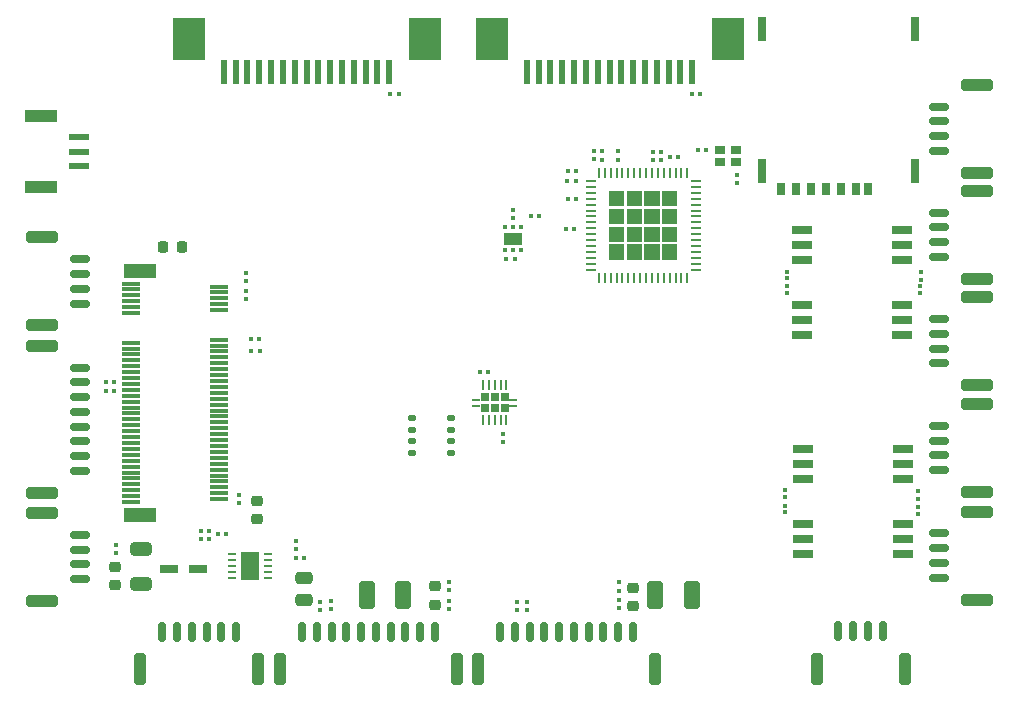
<source format=gbr>
%TF.GenerationSoftware,KiCad,Pcbnew,7.0.6-rc1-29-g152dc56df4*%
%TF.CreationDate,2023-07-03T16:00:48-04:00*%
%TF.ProjectId,pixc4-jetson-universal-carrier,70697863-342d-46a6-9574-736f6e2d756e,rev?*%
%TF.SameCoordinates,Original*%
%TF.FileFunction,Paste,Bot*%
%TF.FilePolarity,Positive*%
%FSLAX46Y46*%
G04 Gerber Fmt 4.6, Leading zero omitted, Abs format (unit mm)*
G04 Created by KiCad (PCBNEW 7.0.6-rc1-29-g152dc56df4) date 2023-07-03 16:00:48*
%MOMM*%
%LPD*%
G01*
G04 APERTURE LIST*
G04 Aperture macros list*
%AMRoundRect*
0 Rectangle with rounded corners*
0 $1 Rounding radius*
0 $2 $3 $4 $5 $6 $7 $8 $9 X,Y pos of 4 corners*
0 Add a 4 corners polygon primitive as box body*
4,1,4,$2,$3,$4,$5,$6,$7,$8,$9,$2,$3,0*
0 Add four circle primitives for the rounded corners*
1,1,$1+$1,$2,$3*
1,1,$1+$1,$4,$5*
1,1,$1+$1,$6,$7*
1,1,$1+$1,$8,$9*
0 Add four rect primitives between the rounded corners*
20,1,$1+$1,$2,$3,$4,$5,0*
20,1,$1+$1,$4,$5,$6,$7,0*
20,1,$1+$1,$6,$7,$8,$9,0*
20,1,$1+$1,$8,$9,$2,$3,0*%
G04 Aperture macros list end*
%ADD10RoundRect,0.150000X0.150000X0.700000X-0.150000X0.700000X-0.150000X-0.700000X0.150000X-0.700000X0*%
%ADD11RoundRect,0.250000X0.250000X1.100000X-0.250000X1.100000X-0.250000X-1.100000X0.250000X-1.100000X0*%
%ADD12RoundRect,0.150000X-0.700000X0.150000X-0.700000X-0.150000X0.700000X-0.150000X0.700000X0.150000X0*%
%ADD13RoundRect,0.250000X-1.100000X0.250000X-1.100000X-0.250000X1.100000X-0.250000X1.100000X0.250000X0*%
%ADD14R,2.800000X1.000000*%
%ADD15R,1.800000X0.600000*%
%ADD16R,0.350000X0.300000*%
%ADD17RoundRect,0.079500X0.100500X-0.079500X0.100500X0.079500X-0.100500X0.079500X-0.100500X-0.079500X0*%
%ADD18R,1.714500X0.762000*%
%ADD19RoundRect,0.079500X-0.100500X0.079500X-0.100500X-0.079500X0.100500X-0.079500X0.100500X0.079500X0*%
%ADD20RoundRect,0.135000X-0.185000X0.135000X-0.185000X-0.135000X0.185000X-0.135000X0.185000X0.135000X0*%
%ADD21RoundRect,0.079500X-0.079500X-0.100500X0.079500X-0.100500X0.079500X0.100500X-0.079500X0.100500X0*%
%ADD22RoundRect,0.218750X-0.218750X-0.256250X0.218750X-0.256250X0.218750X0.256250X-0.218750X0.256250X0*%
%ADD23RoundRect,0.218750X-0.256250X0.218750X-0.256250X-0.218750X0.256250X-0.218750X0.256250X0.218750X0*%
%ADD24R,0.800000X1.140000*%
%ADD25R,0.700000X2.100000*%
%ADD26RoundRect,0.079500X0.079500X0.100500X-0.079500X0.100500X-0.079500X-0.100500X0.079500X-0.100500X0*%
%ADD27R,0.812800X0.254000*%
%ADD28R,0.254000X0.812800*%
%ADD29RoundRect,0.250000X-0.650000X0.325000X-0.650000X-0.325000X0.650000X-0.325000X0.650000X0.325000X0*%
%ADD30R,0.299999X0.449999*%
%ADD31R,1.599999X1.000000*%
%ADD32R,0.640000X0.640000*%
%ADD33R,0.280000X0.850000*%
%ADD34R,0.700000X0.280000*%
%ADD35R,0.711200X0.254000*%
%ADD36R,1.600200X2.387600*%
%ADD37RoundRect,0.225000X0.250000X-0.225000X0.250000X0.225000X-0.250000X0.225000X-0.250000X-0.225000X0*%
%ADD38RoundRect,0.150000X0.700000X-0.150000X0.700000X0.150000X-0.700000X0.150000X-0.700000X-0.150000X0*%
%ADD39RoundRect,0.250000X1.100000X-0.250000X1.100000X0.250000X-1.100000X0.250000X-1.100000X-0.250000X0*%
%ADD40R,1.497551X0.711200*%
%ADD41R,0.850000X0.750000*%
%ADD42RoundRect,0.250000X0.412500X0.925000X-0.412500X0.925000X-0.412500X-0.925000X0.412500X-0.925000X0*%
%ADD43R,0.610000X2.000000*%
%ADD44R,2.680000X3.600000*%
%ADD45R,1.550000X0.300000*%
%ADD46R,2.750000X1.200000*%
%ADD47RoundRect,0.250000X-0.475000X0.250000X-0.475000X-0.250000X0.475000X-0.250000X0.475000X0.250000X0*%
%ADD48RoundRect,0.250000X-0.412500X-0.925000X0.412500X-0.925000X0.412500X0.925000X-0.412500X0.925000X0*%
G04 APERTURE END LIST*
%TO.C,IC1*%
G36*
X113764799Y-100715201D02*
G01*
X112466199Y-100715201D01*
X112466199Y-99416601D01*
X113764799Y-99416601D01*
X113764799Y-100715201D01*
G37*
G36*
X113764799Y-99216601D02*
G01*
X112466199Y-99216601D01*
X112466199Y-97918001D01*
X113764799Y-97918001D01*
X113764799Y-99216601D01*
G37*
G36*
X113764799Y-97718001D02*
G01*
X112466199Y-97718001D01*
X112466199Y-96419401D01*
X113764799Y-96419401D01*
X113764799Y-97718001D01*
G37*
G36*
X113764799Y-96219401D02*
G01*
X112466199Y-96219401D01*
X112466199Y-94920801D01*
X113764799Y-94920801D01*
X113764799Y-96219401D01*
G37*
G36*
X112266199Y-100715201D02*
G01*
X110967599Y-100715201D01*
X110967599Y-99416601D01*
X112266199Y-99416601D01*
X112266199Y-100715201D01*
G37*
G36*
X112266199Y-99216601D02*
G01*
X110967599Y-99216601D01*
X110967599Y-97918001D01*
X112266199Y-97918001D01*
X112266199Y-99216601D01*
G37*
G36*
X112266199Y-97718001D02*
G01*
X110967599Y-97718001D01*
X110967599Y-96419401D01*
X112266199Y-96419401D01*
X112266199Y-97718001D01*
G37*
G36*
X112266199Y-96219401D02*
G01*
X110967599Y-96219401D01*
X110967599Y-94920801D01*
X112266199Y-94920801D01*
X112266199Y-96219401D01*
G37*
G36*
X110767599Y-100715201D02*
G01*
X109468999Y-100715201D01*
X109468999Y-99416601D01*
X110767599Y-99416601D01*
X110767599Y-100715201D01*
G37*
G36*
X110767599Y-99216601D02*
G01*
X109468999Y-99216601D01*
X109468999Y-97918001D01*
X110767599Y-97918001D01*
X110767599Y-99216601D01*
G37*
G36*
X110767599Y-97718001D02*
G01*
X109468999Y-97718001D01*
X109468999Y-96419401D01*
X110767599Y-96419401D01*
X110767599Y-97718001D01*
G37*
G36*
X110767599Y-96219401D02*
G01*
X109468999Y-96219401D01*
X109468999Y-94920801D01*
X110767599Y-94920801D01*
X110767599Y-96219401D01*
G37*
G36*
X109268999Y-100715201D02*
G01*
X107970399Y-100715201D01*
X107970399Y-99416601D01*
X109268999Y-99416601D01*
X109268999Y-100715201D01*
G37*
G36*
X109268999Y-99216601D02*
G01*
X107970399Y-99216601D01*
X107970399Y-97918001D01*
X109268999Y-97918001D01*
X109268999Y-99216601D01*
G37*
G36*
X109268999Y-97718001D02*
G01*
X107970399Y-97718001D01*
X107970399Y-96419401D01*
X109268999Y-96419401D01*
X109268999Y-97718001D01*
G37*
G36*
X109268999Y-96219401D02*
G01*
X107970399Y-96219401D01*
X107970399Y-94920801D01*
X109268999Y-94920801D01*
X109268999Y-96219401D01*
G37*
%TO.C,U11*%
G36*
X100590799Y-99417304D02*
G01*
X99124800Y-99417304D01*
X99124800Y-98468304D01*
X100590799Y-98468304D01*
X100590799Y-99417304D01*
G37*
%TD*%
D10*
%TO.C,J18*%
X76410000Y-132211200D03*
X75160000Y-132211200D03*
X73910000Y-132211200D03*
X72660000Y-132211200D03*
X71410000Y-132211200D03*
X70160000Y-132211200D03*
D11*
X78260000Y-135411200D03*
X68310000Y-135411200D03*
%TD*%
D12*
%TO.C,J21*%
X135919600Y-87763334D03*
X135919600Y-89013334D03*
X135919600Y-90263334D03*
X135919600Y-91513334D03*
D13*
X139119600Y-85913334D03*
X139119600Y-93363334D03*
%TD*%
D12*
%TO.C,J22*%
X135919600Y-96740000D03*
X135919600Y-97990000D03*
X135919600Y-99240000D03*
X135919600Y-100490000D03*
D13*
X139119600Y-94890000D03*
X139119600Y-102340000D03*
%TD*%
D12*
%TO.C,J23*%
X135919600Y-105760000D03*
X135919600Y-107010000D03*
X135919600Y-108260000D03*
X135919600Y-109510000D03*
D13*
X139119600Y-103910000D03*
X139119600Y-111360000D03*
%TD*%
D14*
%TO.C,J16*%
X59870000Y-94570000D03*
X59870000Y-88570000D03*
D15*
X63070000Y-92820000D03*
X63070000Y-91570000D03*
X63070000Y-90320000D03*
%TD*%
D12*
%TO.C,J17*%
X135919600Y-123900000D03*
X135919600Y-125150000D03*
X135919600Y-126400000D03*
X135919600Y-127650000D03*
D13*
X139119600Y-122050000D03*
X139119600Y-129500000D03*
%TD*%
D16*
%TO.C,C1*%
X122910600Y-122102400D03*
X122910600Y-121542400D03*
%TD*%
%TO.C,C2*%
X123012200Y-103531000D03*
X123012200Y-102971000D03*
%TD*%
%TO.C,C3*%
X122910600Y-120242400D03*
X122910600Y-120802400D03*
%TD*%
%TO.C,C4*%
X123012200Y-101751200D03*
X123012200Y-102311200D03*
%TD*%
%TO.C,C6*%
X134340600Y-102971600D03*
X134340600Y-103531600D03*
%TD*%
D17*
%TO.C,R4*%
X134360600Y-102426600D03*
X134360600Y-101736600D03*
%TD*%
D18*
%TO.C,U1*%
X124407250Y-125649800D03*
X124407250Y-124379800D03*
X124407250Y-123109800D03*
X124407250Y-119299800D03*
X124407250Y-118029800D03*
X124407250Y-116759800D03*
X132852750Y-116759800D03*
X132852750Y-118029800D03*
X132852750Y-119299800D03*
X132852750Y-123109800D03*
X132852750Y-124379800D03*
X132852750Y-125649800D03*
%TD*%
%TO.C,U2*%
X124350000Y-107140000D03*
X124350000Y-105870000D03*
X124350000Y-104600000D03*
X124350000Y-100790000D03*
X124350000Y-99520000D03*
X124350000Y-98250000D03*
X132795500Y-98250000D03*
X132795500Y-99520000D03*
X132795500Y-100790000D03*
X132795500Y-104600000D03*
X132795500Y-105870000D03*
X132795500Y-107140000D03*
%TD*%
D16*
%TO.C,C5*%
X134112000Y-121664800D03*
X134112000Y-122224800D03*
%TD*%
D17*
%TO.C,R3*%
X134112000Y-121010200D03*
X134112000Y-120320200D03*
%TD*%
D19*
%TO.C,C50*%
X100228400Y-129703000D03*
X100228400Y-130393000D03*
%TD*%
D20*
%TO.C,R47*%
X91320000Y-116060000D03*
X91320000Y-117080000D03*
%TD*%
D21*
%TO.C,C88*%
X73416200Y-124409200D03*
X74106200Y-124409200D03*
%TD*%
D17*
%TO.C,C56*%
X111709200Y-92282400D03*
X111709200Y-91592400D03*
%TD*%
D22*
%TO.C,D12*%
X70256300Y-99669600D03*
X71831300Y-99669600D03*
%TD*%
D21*
%TO.C,C81*%
X65405000Y-111074200D03*
X66095000Y-111074200D03*
%TD*%
D23*
%TO.C,D13*%
X66192400Y-126720800D03*
X66192400Y-128295800D03*
%TD*%
D17*
%TO.C,R50*%
X66217800Y-125552200D03*
X66217800Y-124862200D03*
%TD*%
D24*
%TO.C,J31*%
X127653400Y-94703800D03*
X125113400Y-94703800D03*
X122573400Y-94703800D03*
X128923400Y-94703800D03*
X126383400Y-94703800D03*
X123843400Y-94703800D03*
X129873400Y-94703800D03*
D25*
X120903400Y-93223800D03*
X133903400Y-93223800D03*
X120903400Y-81223800D03*
X133903400Y-81223800D03*
%TD*%
D26*
%TO.C,R48*%
X74106600Y-123698000D03*
X73416600Y-123698000D03*
%TD*%
D27*
%TO.C,IC1*%
X115316000Y-94068001D03*
X115316000Y-94568000D03*
X115316000Y-95068001D03*
X115316000Y-95568000D03*
X115316000Y-96068002D03*
X115316000Y-96568001D03*
X115316000Y-97068000D03*
X115316000Y-97568001D03*
X115316000Y-98068001D03*
X115316000Y-98568002D03*
X115316000Y-99068001D03*
X115316000Y-99568000D03*
X115316000Y-100068002D03*
X115316000Y-100568001D03*
X115316000Y-101068002D03*
X115316000Y-101568001D03*
D28*
X114617599Y-102266402D03*
X114117600Y-102266402D03*
X113617599Y-102266402D03*
X113117600Y-102266402D03*
X112617598Y-102266402D03*
X112117599Y-102266402D03*
X111617600Y-102266402D03*
X111117599Y-102266402D03*
X110617599Y-102266402D03*
X110117598Y-102266402D03*
X109617599Y-102266402D03*
X109117600Y-102266402D03*
X108617598Y-102266402D03*
X108117599Y-102266402D03*
X107617598Y-102266402D03*
X107117599Y-102266402D03*
D27*
X106419198Y-101568001D03*
X106419198Y-101068002D03*
X106419198Y-100568001D03*
X106419198Y-100068002D03*
X106419198Y-99568000D03*
X106419198Y-99068001D03*
X106419198Y-98568002D03*
X106419198Y-98068001D03*
X106419198Y-97568001D03*
X106419198Y-97068000D03*
X106419198Y-96568001D03*
X106419198Y-96068002D03*
X106419198Y-95568000D03*
X106419198Y-95068001D03*
X106419198Y-94568000D03*
X106419198Y-94068001D03*
D28*
X107117599Y-93369600D03*
X107617598Y-93369600D03*
X108117599Y-93369600D03*
X108617598Y-93369600D03*
X109117600Y-93369600D03*
X109617599Y-93369600D03*
X110117598Y-93369600D03*
X110617599Y-93369600D03*
X111117599Y-93369600D03*
X111617600Y-93369600D03*
X112117599Y-93369600D03*
X112617598Y-93369600D03*
X113117600Y-93369600D03*
X113617599Y-93369600D03*
X114117600Y-93369600D03*
X114617599Y-93369600D03*
%TD*%
D26*
%TO.C,R49*%
X75554400Y-123952000D03*
X74864400Y-123952000D03*
%TD*%
D29*
%TO.C,C89*%
X68326000Y-125220600D03*
X68326000Y-128170600D03*
%TD*%
D26*
%TO.C,R32*%
X113832200Y-92024200D03*
X113142200Y-92024200D03*
%TD*%
D19*
%TO.C,C44*%
X118821200Y-93584200D03*
X118821200Y-94274200D03*
%TD*%
D30*
%TO.C,U11*%
X99207800Y-97967800D03*
X99857801Y-97967800D03*
X100507800Y-97967800D03*
X100507800Y-99917798D03*
X99857801Y-99917798D03*
X99207800Y-99917798D03*
D31*
X99857801Y-98942799D03*
%TD*%
D17*
%TO.C,C82*%
X76657200Y-121299800D03*
X76657200Y-120609800D03*
%TD*%
D20*
%TO.C,R51*%
X91320000Y-114130000D03*
X91320000Y-115150000D03*
%TD*%
%TO.C,R53*%
X94640000Y-116060000D03*
X94640000Y-117080000D03*
%TD*%
D32*
%TO.C,U10*%
X99161600Y-112344200D03*
X98301600Y-112344200D03*
X97441600Y-112344200D03*
X99161600Y-113304200D03*
X98301600Y-113304200D03*
X97441600Y-113304200D03*
D33*
X97301600Y-111349200D03*
X97801600Y-111349200D03*
X98301600Y-111349200D03*
X98801600Y-111349200D03*
X99301600Y-111349200D03*
X99301600Y-114299200D03*
X98801600Y-114299200D03*
X98301600Y-114299200D03*
X97801600Y-114299200D03*
X97301600Y-114299200D03*
D34*
X99851600Y-112574200D03*
X96751600Y-112574200D03*
X99851600Y-113074200D03*
X96751600Y-113074200D03*
%TD*%
D35*
%TO.C,U12*%
X79070200Y-125660398D03*
X79070200Y-126160400D03*
X79070200Y-126660399D03*
X79070200Y-127160398D03*
X79070200Y-127660400D03*
X76073000Y-127660400D03*
X76073000Y-127160398D03*
X76073000Y-126660399D03*
X76073000Y-126160400D03*
X76073000Y-125660398D03*
D36*
X77571600Y-126660399D03*
%TD*%
D19*
%TO.C,C58*%
X108762800Y-91562800D03*
X108762800Y-92252800D03*
%TD*%
D21*
%TO.C,C43*%
X115519600Y-91414600D03*
X116209600Y-91414600D03*
%TD*%
D10*
%TO.C,J32*%
X131160000Y-132190000D03*
X129910000Y-132190000D03*
X128660000Y-132190000D03*
X127410000Y-132190000D03*
D11*
X133010000Y-135390000D03*
X125560000Y-135390000D03*
%TD*%
D17*
%TO.C,C75*%
X108864400Y-128742000D03*
X108864400Y-128052000D03*
%TD*%
D26*
%TO.C,R44*%
X78399200Y-108483400D03*
X77709200Y-108483400D03*
%TD*%
D17*
%TO.C,R37*%
X106680000Y-92242200D03*
X106680000Y-91552200D03*
%TD*%
D37*
%TO.C,C83*%
X78155800Y-122695000D03*
X78155800Y-121145000D03*
%TD*%
D38*
%TO.C,J13*%
X63170000Y-118610000D03*
X63170000Y-117360000D03*
X63170000Y-116110000D03*
X63170000Y-114860000D03*
X63170000Y-113610000D03*
X63170000Y-112360000D03*
X63170000Y-111110000D03*
X63170000Y-109860000D03*
D39*
X59970000Y-120460000D03*
X59970000Y-108010000D03*
%TD*%
D10*
%TO.C,J29*%
X110010000Y-132211200D03*
X108760000Y-132211200D03*
X107510000Y-132211200D03*
X106260000Y-132211200D03*
X105010000Y-132211200D03*
X103760000Y-132211200D03*
X102510000Y-132211200D03*
X101260000Y-132211200D03*
X100010000Y-132211200D03*
X98760000Y-132211200D03*
D11*
X111860000Y-135411200D03*
X96910000Y-135411200D03*
%TD*%
D19*
%TO.C,C45*%
X101041200Y-129703000D03*
X101041200Y-130393000D03*
%TD*%
%TO.C,C54*%
X94411800Y-129591200D03*
X94411800Y-130281200D03*
%TD*%
D17*
%TO.C,C74*%
X94411800Y-128731400D03*
X94411800Y-128041400D03*
%TD*%
D38*
%TO.C,J33*%
X63170000Y-104440000D03*
X63170000Y-103190000D03*
X63170000Y-101940000D03*
X63170000Y-100690000D03*
D39*
X59970000Y-106290000D03*
X59970000Y-98840000D03*
%TD*%
D19*
%TO.C,C53*%
X108864400Y-129515000D03*
X108864400Y-130205000D03*
%TD*%
D21*
%TO.C,R40*%
X104353800Y-98094800D03*
X105043800Y-98094800D03*
%TD*%
%TO.C,C28*%
X89477200Y-86718400D03*
X90167200Y-86718400D03*
%TD*%
D40*
%TO.C,L4*%
X73190624Y-126949200D03*
X70725776Y-126949200D03*
%TD*%
D17*
%TO.C,C55*%
X112369600Y-92282800D03*
X112369600Y-91592800D03*
%TD*%
D26*
%TO.C,R45*%
X78373800Y-107416600D03*
X77683800Y-107416600D03*
%TD*%
%TO.C,R22*%
X105156000Y-94081600D03*
X104466000Y-94081600D03*
%TD*%
D21*
%TO.C,C79*%
X99299200Y-100660200D03*
X99989200Y-100660200D03*
%TD*%
D23*
%TO.C,FB1*%
X110032800Y-128498500D03*
X110032800Y-130073500D03*
%TD*%
D38*
%TO.C,J25*%
X63190000Y-127780000D03*
X63190000Y-126530000D03*
X63190000Y-125280000D03*
X63190000Y-124030000D03*
D39*
X59990000Y-129630000D03*
X59990000Y-122180000D03*
%TD*%
D19*
%TO.C,R41*%
X99872800Y-96515400D03*
X99872800Y-97205400D03*
%TD*%
D10*
%TO.C,J24*%
X93240000Y-132211200D03*
X91990000Y-132211200D03*
X90740000Y-132211200D03*
X89490000Y-132211200D03*
X88240000Y-132211200D03*
X86990000Y-132211200D03*
X85740000Y-132211200D03*
X84490000Y-132211200D03*
X83240000Y-132211200D03*
X81990000Y-132211200D03*
D11*
X95090000Y-135411200D03*
X80140000Y-135411200D03*
%TD*%
D19*
%TO.C,C52*%
X83540600Y-129677600D03*
X83540600Y-130367600D03*
%TD*%
%TO.C,C78*%
X107416600Y-91562400D03*
X107416600Y-92252400D03*
%TD*%
D26*
%TO.C,R23*%
X105160200Y-93192600D03*
X104470200Y-93192600D03*
%TD*%
D41*
%TO.C,U8*%
X118770400Y-92481400D03*
X117420400Y-92481400D03*
X117420400Y-91431400D03*
X118770400Y-91431400D03*
%TD*%
D12*
%TO.C,J19*%
X135919600Y-114790000D03*
X135919600Y-116040000D03*
X135919600Y-117290000D03*
X135919600Y-118540000D03*
D13*
X139119600Y-112940000D03*
X139119600Y-120390000D03*
%TD*%
D23*
%TO.C,FB3*%
X93218000Y-128371500D03*
X93218000Y-129946500D03*
%TD*%
D19*
%TO.C,C51*%
X84480400Y-129652200D03*
X84480400Y-130342200D03*
%TD*%
D42*
%TO.C,C76*%
X90539100Y-129133600D03*
X87464100Y-129133600D03*
%TD*%
D43*
%TO.C,J14*%
X101026200Y-84828400D03*
X102026200Y-84828400D03*
X103026200Y-84828400D03*
X104026200Y-84828400D03*
X105026200Y-84828400D03*
X106026200Y-84828400D03*
X107026200Y-84828400D03*
X108026200Y-84828400D03*
X109026200Y-84828400D03*
X110026200Y-84828400D03*
X111026200Y-84828400D03*
X112026200Y-84828400D03*
X113026200Y-84828400D03*
X114026200Y-84828400D03*
X115026200Y-84828400D03*
D44*
X98036200Y-82028400D03*
X118016200Y-82028400D03*
%TD*%
D45*
%TO.C,J30*%
X67525000Y-102750000D03*
X74975000Y-103000000D03*
X67525000Y-103250000D03*
X74975000Y-103500000D03*
X67525000Y-103750000D03*
X74975000Y-104000000D03*
X67525000Y-104250000D03*
X74975000Y-104500000D03*
X67525000Y-104750000D03*
X74975000Y-105000000D03*
X67525000Y-105250000D03*
X74975000Y-107500000D03*
X67525000Y-107750000D03*
X74975000Y-108000000D03*
X67525000Y-108250000D03*
X74975000Y-108500000D03*
X67525000Y-108750000D03*
X74975000Y-109000000D03*
X67525000Y-109250000D03*
X74975000Y-109500000D03*
X67525000Y-109750000D03*
X74975000Y-110000000D03*
X67525000Y-110250000D03*
X74975000Y-110500000D03*
X67525000Y-110750000D03*
X74975000Y-111000000D03*
X67525000Y-111250000D03*
X74975000Y-111500000D03*
X67525000Y-111750000D03*
X74975000Y-112000000D03*
X67525000Y-112250000D03*
X74975000Y-112500000D03*
X67525000Y-112750000D03*
X74975000Y-113000000D03*
X67525000Y-113250000D03*
X74975000Y-113500000D03*
X67525000Y-113750000D03*
X74975000Y-114000000D03*
X67525000Y-114250000D03*
X74975000Y-114500000D03*
X67525000Y-114750000D03*
X74975000Y-115000000D03*
X67525000Y-115250000D03*
X74975000Y-115500000D03*
X67525000Y-115750000D03*
X74975000Y-116000000D03*
X67525000Y-116250000D03*
X74975000Y-116500000D03*
X67525000Y-116750000D03*
X74975000Y-117000000D03*
X67525000Y-117250000D03*
X74975000Y-117500000D03*
X67525000Y-117750000D03*
X74975000Y-118000000D03*
X67525000Y-118250000D03*
X74975000Y-118500000D03*
X67525000Y-118750000D03*
X74975000Y-119000000D03*
X67525000Y-119250000D03*
X74975000Y-119500000D03*
X67525000Y-119750000D03*
X74975000Y-120000000D03*
X67525000Y-120250000D03*
X74975000Y-120500000D03*
X67525000Y-120750000D03*
X74975000Y-121000000D03*
X67525000Y-121250000D03*
D46*
X68250000Y-101650000D03*
X68250000Y-122350000D03*
%TD*%
D26*
%TO.C,C73*%
X97754000Y-110236000D03*
X97064000Y-110236000D03*
%TD*%
D21*
%TO.C,C80*%
X65405000Y-111810800D03*
X66095000Y-111810800D03*
%TD*%
%TO.C,R26*%
X101400000Y-97000000D03*
X102090000Y-97000000D03*
%TD*%
D20*
%TO.C,R52*%
X94630000Y-114130000D03*
X94630000Y-115150000D03*
%TD*%
D21*
%TO.C,R39*%
X104506200Y-95605600D03*
X105196200Y-95605600D03*
%TD*%
D47*
%TO.C,C87*%
X82118200Y-127640000D03*
X82118200Y-129540000D03*
%TD*%
D17*
%TO.C,C86*%
X81508600Y-125222000D03*
X81508600Y-124532000D03*
%TD*%
D21*
%TO.C,C29*%
X115012200Y-86678400D03*
X115702200Y-86678400D03*
%TD*%
D19*
%TO.C,R42*%
X77241400Y-103403400D03*
X77241400Y-104093400D03*
%TD*%
D48*
%TO.C,C77*%
X111910800Y-129133600D03*
X114985800Y-129133600D03*
%TD*%
D17*
%TO.C,R33*%
X99030000Y-116165000D03*
X99030000Y-115475000D03*
%TD*%
D19*
%TO.C,R43*%
X77241400Y-101839200D03*
X77241400Y-102529200D03*
%TD*%
D26*
%TO.C,R46*%
X82173200Y-125984000D03*
X81483200Y-125984000D03*
%TD*%
D43*
%TO.C,J8*%
X75372200Y-84828400D03*
X76372200Y-84828400D03*
X77372200Y-84828400D03*
X78372200Y-84828400D03*
X79372200Y-84828400D03*
X80372200Y-84828400D03*
X81372200Y-84828400D03*
X82372200Y-84828400D03*
X83372200Y-84828400D03*
X84372200Y-84828400D03*
X85372200Y-84828400D03*
X86372200Y-84828400D03*
X87372200Y-84828400D03*
X88372200Y-84828400D03*
X89372200Y-84828400D03*
D44*
X72382200Y-82028400D03*
X92362200Y-82028400D03*
%TD*%
M02*

</source>
